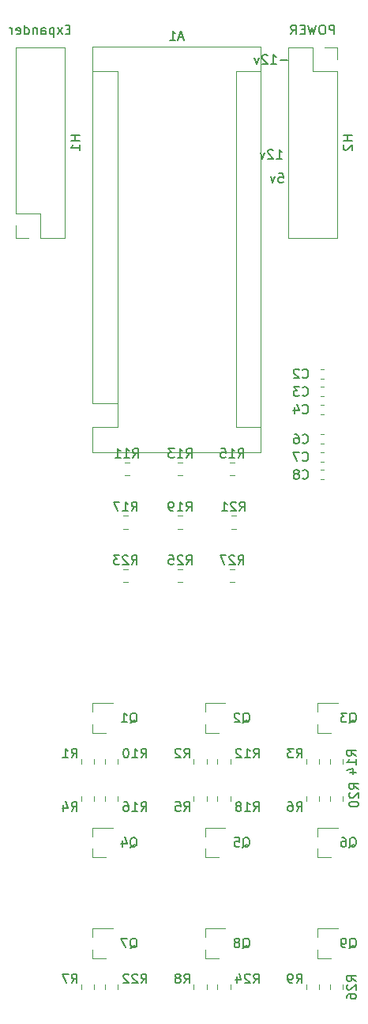
<source format=gbo>
G04 #@! TF.GenerationSoftware,KiCad,Pcbnew,(5.1.2)-1*
G04 #@! TF.CreationDate,2019-10-29T22:05:20+01:00*
G04 #@! TF.ProjectId,takt,74616b74-2e6b-4696-9361-645f70636258,rev?*
G04 #@! TF.SameCoordinates,Original*
G04 #@! TF.FileFunction,Legend,Bot*
G04 #@! TF.FilePolarity,Positive*
%FSLAX46Y46*%
G04 Gerber Fmt 4.6, Leading zero omitted, Abs format (unit mm)*
G04 Created by KiCad (PCBNEW (5.1.2)-1) date 2019-10-29 22:05:20*
%MOMM*%
%LPD*%
G04 APERTURE LIST*
%ADD10C,0.120000*%
%ADD11C,0.150000*%
G04 APERTURE END LIST*
D10*
X94486252Y-111835000D02*
X93963748Y-111835000D01*
X94486252Y-110415000D02*
X93963748Y-110415000D01*
X104700000Y-155446252D02*
X104700000Y-154923748D01*
X106120000Y-155446252D02*
X106120000Y-154923748D01*
X88916252Y-111835000D02*
X88393748Y-111835000D01*
X88916252Y-110415000D02*
X88393748Y-110415000D01*
X92635000Y-155446252D02*
X92635000Y-154923748D01*
X94055000Y-155446252D02*
X94055000Y-154923748D01*
X83056252Y-111835000D02*
X82533748Y-111835000D01*
X83056252Y-110415000D02*
X82533748Y-110415000D01*
X80570000Y-155446252D02*
X80570000Y-154923748D01*
X81990000Y-155446252D02*
X81990000Y-154923748D01*
X94631252Y-106120000D02*
X94108748Y-106120000D01*
X94631252Y-104700000D02*
X94108748Y-104700000D01*
X106120000Y-134748748D02*
X106120000Y-135271252D01*
X104700000Y-134748748D02*
X104700000Y-135271252D01*
X88916252Y-106120000D02*
X88393748Y-106120000D01*
X88916252Y-104700000D02*
X88393748Y-104700000D01*
X94055000Y-134748748D02*
X94055000Y-135271252D01*
X92635000Y-134748748D02*
X92635000Y-135271252D01*
X83056252Y-106120000D02*
X82533748Y-106120000D01*
X83056252Y-104700000D02*
X82533748Y-104700000D01*
X81990000Y-134748748D02*
X81990000Y-135271252D01*
X80570000Y-134748748D02*
X80570000Y-135271252D01*
X94486252Y-100405000D02*
X93963748Y-100405000D01*
X94486252Y-98985000D02*
X93963748Y-98985000D01*
X104700000Y-131316252D02*
X104700000Y-130793748D01*
X106120000Y-131316252D02*
X106120000Y-130793748D01*
X88916252Y-100405000D02*
X88393748Y-100405000D01*
X88916252Y-98985000D02*
X88393748Y-98985000D01*
X92635000Y-131316252D02*
X92635000Y-130793748D01*
X94055000Y-131316252D02*
X94055000Y-130793748D01*
X83201252Y-100405000D02*
X82678748Y-100405000D01*
X83201252Y-98985000D02*
X82678748Y-98985000D01*
X80570000Y-131316252D02*
X80570000Y-130793748D01*
X81990000Y-131316252D02*
X81990000Y-130793748D01*
X102160000Y-155446252D02*
X102160000Y-154923748D01*
X103580000Y-155446252D02*
X103580000Y-154923748D01*
X90095000Y-155446252D02*
X90095000Y-154923748D01*
X91515000Y-155446252D02*
X91515000Y-154923748D01*
X78030000Y-155446252D02*
X78030000Y-154923748D01*
X79450000Y-155446252D02*
X79450000Y-154923748D01*
X103580000Y-134748748D02*
X103580000Y-135271252D01*
X102160000Y-134748748D02*
X102160000Y-135271252D01*
X91515000Y-134748748D02*
X91515000Y-135271252D01*
X90095000Y-134748748D02*
X90095000Y-135271252D01*
X79450000Y-134748748D02*
X79450000Y-135271252D01*
X78030000Y-134748748D02*
X78030000Y-135271252D01*
X102160000Y-131316252D02*
X102160000Y-130793748D01*
X103580000Y-131316252D02*
X103580000Y-130793748D01*
X90095000Y-131316252D02*
X90095000Y-130793748D01*
X91515000Y-131316252D02*
X91515000Y-130793748D01*
X78030000Y-131316252D02*
X78030000Y-130793748D01*
X79450000Y-131316252D02*
X79450000Y-130793748D01*
X103380000Y-152075000D02*
X104840000Y-152075000D01*
X103380000Y-148915000D02*
X105540000Y-148915000D01*
X103380000Y-148915000D02*
X103380000Y-149845000D01*
X103380000Y-152075000D02*
X103380000Y-151145000D01*
X91315000Y-152075000D02*
X92775000Y-152075000D01*
X91315000Y-148915000D02*
X93475000Y-148915000D01*
X91315000Y-148915000D02*
X91315000Y-149845000D01*
X91315000Y-152075000D02*
X91315000Y-151145000D01*
X79250000Y-152075000D02*
X80710000Y-152075000D01*
X79250000Y-148915000D02*
X81410000Y-148915000D01*
X79250000Y-148915000D02*
X79250000Y-149845000D01*
X79250000Y-152075000D02*
X79250000Y-151145000D01*
X103380000Y-141280000D02*
X104840000Y-141280000D01*
X103380000Y-138120000D02*
X105540000Y-138120000D01*
X103380000Y-138120000D02*
X103380000Y-139050000D01*
X103380000Y-141280000D02*
X103380000Y-140350000D01*
X91315000Y-141280000D02*
X92775000Y-141280000D01*
X91315000Y-138120000D02*
X93475000Y-138120000D01*
X91315000Y-138120000D02*
X91315000Y-139050000D01*
X91315000Y-141280000D02*
X91315000Y-140350000D01*
X79250000Y-141280000D02*
X80710000Y-141280000D01*
X79250000Y-138120000D02*
X81410000Y-138120000D01*
X79250000Y-138120000D02*
X79250000Y-139050000D01*
X79250000Y-141280000D02*
X79250000Y-140350000D01*
X103380000Y-127945000D02*
X104840000Y-127945000D01*
X103380000Y-124785000D02*
X105540000Y-124785000D01*
X103380000Y-124785000D02*
X103380000Y-125715000D01*
X103380000Y-127945000D02*
X103380000Y-127015000D01*
X91315000Y-127945000D02*
X92775000Y-127945000D01*
X91315000Y-124785000D02*
X93475000Y-124785000D01*
X91315000Y-124785000D02*
X91315000Y-125715000D01*
X91315000Y-127945000D02*
X91315000Y-127015000D01*
X79250000Y-127945000D02*
X80710000Y-127945000D01*
X79250000Y-124785000D02*
X81410000Y-124785000D01*
X79250000Y-124785000D02*
X79250000Y-125715000D01*
X79250000Y-127945000D02*
X79250000Y-127015000D01*
X105470000Y-54550000D02*
X104140000Y-54550000D01*
X105470000Y-55880000D02*
X105470000Y-54550000D01*
X102870000Y-54550000D02*
X100270000Y-54550000D01*
X102870000Y-57150000D02*
X102870000Y-54550000D01*
X105470000Y-57150000D02*
X102870000Y-57150000D01*
X100270000Y-54550000D02*
X100270000Y-74990000D01*
X105470000Y-57150000D02*
X105470000Y-74990000D01*
X105470000Y-74990000D02*
X100270000Y-74990000D01*
X71060000Y-74990000D02*
X72390000Y-74990000D01*
X71060000Y-73660000D02*
X71060000Y-74990000D01*
X73660000Y-74990000D02*
X76260000Y-74990000D01*
X73660000Y-72390000D02*
X73660000Y-74990000D01*
X71060000Y-72390000D02*
X73660000Y-72390000D01*
X76260000Y-74990000D02*
X76260000Y-54550000D01*
X71060000Y-72390000D02*
X71060000Y-54550000D01*
X71060000Y-54550000D02*
X76260000Y-54550000D01*
X103728733Y-99820000D02*
X104071267Y-99820000D01*
X103728733Y-100840000D02*
X104071267Y-100840000D01*
X103728733Y-97915000D02*
X104071267Y-97915000D01*
X103728733Y-98935000D02*
X104071267Y-98935000D01*
X103728733Y-96010000D02*
X104071267Y-96010000D01*
X103728733Y-97030000D02*
X104071267Y-97030000D01*
X103728733Y-92835000D02*
X104071267Y-92835000D01*
X103728733Y-93855000D02*
X104071267Y-93855000D01*
X103728733Y-90930000D02*
X104071267Y-90930000D01*
X103728733Y-91950000D02*
X104071267Y-91950000D01*
X103728733Y-89025000D02*
X104071267Y-89025000D01*
X103728733Y-90045000D02*
X104071267Y-90045000D01*
X97285000Y-97920000D02*
X79245000Y-97920000D01*
X97285000Y-54480000D02*
X97285000Y-97920000D01*
X79245000Y-54480000D02*
X97285000Y-54480000D01*
X81915000Y-57150000D02*
X79245000Y-57150000D01*
X81915000Y-92710000D02*
X81915000Y-57150000D01*
X81915000Y-92710000D02*
X79245000Y-92710000D01*
X94615000Y-57150000D02*
X97285000Y-57150000D01*
X94615000Y-95250000D02*
X94615000Y-57150000D01*
X94615000Y-95250000D02*
X97285000Y-95250000D01*
X79245000Y-97920000D02*
X79245000Y-95250000D01*
X79245000Y-92710000D02*
X79245000Y-54480000D01*
X81915000Y-95250000D02*
X79245000Y-95250000D01*
X81915000Y-92710000D02*
X81915000Y-95250000D01*
D11*
X94867857Y-109927380D02*
X95201190Y-109451190D01*
X95439285Y-109927380D02*
X95439285Y-108927380D01*
X95058333Y-108927380D01*
X94963095Y-108975000D01*
X94915476Y-109022619D01*
X94867857Y-109117857D01*
X94867857Y-109260714D01*
X94915476Y-109355952D01*
X94963095Y-109403571D01*
X95058333Y-109451190D01*
X95439285Y-109451190D01*
X94486904Y-109022619D02*
X94439285Y-108975000D01*
X94344047Y-108927380D01*
X94105952Y-108927380D01*
X94010714Y-108975000D01*
X93963095Y-109022619D01*
X93915476Y-109117857D01*
X93915476Y-109213095D01*
X93963095Y-109355952D01*
X94534523Y-109927380D01*
X93915476Y-109927380D01*
X93582142Y-108927380D02*
X92915476Y-108927380D01*
X93344047Y-109927380D01*
X107512380Y-154542142D02*
X107036190Y-154208809D01*
X107512380Y-153970714D02*
X106512380Y-153970714D01*
X106512380Y-154351666D01*
X106560000Y-154446904D01*
X106607619Y-154494523D01*
X106702857Y-154542142D01*
X106845714Y-154542142D01*
X106940952Y-154494523D01*
X106988571Y-154446904D01*
X107036190Y-154351666D01*
X107036190Y-153970714D01*
X106607619Y-154923095D02*
X106560000Y-154970714D01*
X106512380Y-155065952D01*
X106512380Y-155304047D01*
X106560000Y-155399285D01*
X106607619Y-155446904D01*
X106702857Y-155494523D01*
X106798095Y-155494523D01*
X106940952Y-155446904D01*
X107512380Y-154875476D01*
X107512380Y-155494523D01*
X106512380Y-156351666D02*
X106512380Y-156161190D01*
X106560000Y-156065952D01*
X106607619Y-156018333D01*
X106750476Y-155923095D01*
X106940952Y-155875476D01*
X107321904Y-155875476D01*
X107417142Y-155923095D01*
X107464761Y-155970714D01*
X107512380Y-156065952D01*
X107512380Y-156256428D01*
X107464761Y-156351666D01*
X107417142Y-156399285D01*
X107321904Y-156446904D01*
X107083809Y-156446904D01*
X106988571Y-156399285D01*
X106940952Y-156351666D01*
X106893333Y-156256428D01*
X106893333Y-156065952D01*
X106940952Y-155970714D01*
X106988571Y-155923095D01*
X107083809Y-155875476D01*
X89297857Y-109927380D02*
X89631190Y-109451190D01*
X89869285Y-109927380D02*
X89869285Y-108927380D01*
X89488333Y-108927380D01*
X89393095Y-108975000D01*
X89345476Y-109022619D01*
X89297857Y-109117857D01*
X89297857Y-109260714D01*
X89345476Y-109355952D01*
X89393095Y-109403571D01*
X89488333Y-109451190D01*
X89869285Y-109451190D01*
X88916904Y-109022619D02*
X88869285Y-108975000D01*
X88774047Y-108927380D01*
X88535952Y-108927380D01*
X88440714Y-108975000D01*
X88393095Y-109022619D01*
X88345476Y-109117857D01*
X88345476Y-109213095D01*
X88393095Y-109355952D01*
X88964523Y-109927380D01*
X88345476Y-109927380D01*
X87440714Y-108927380D02*
X87916904Y-108927380D01*
X87964523Y-109403571D01*
X87916904Y-109355952D01*
X87821666Y-109308333D01*
X87583571Y-109308333D01*
X87488333Y-109355952D01*
X87440714Y-109403571D01*
X87393095Y-109498809D01*
X87393095Y-109736904D01*
X87440714Y-109832142D01*
X87488333Y-109879761D01*
X87583571Y-109927380D01*
X87821666Y-109927380D01*
X87916904Y-109879761D01*
X87964523Y-109832142D01*
X96527857Y-154757380D02*
X96861190Y-154281190D01*
X97099285Y-154757380D02*
X97099285Y-153757380D01*
X96718333Y-153757380D01*
X96623095Y-153805000D01*
X96575476Y-153852619D01*
X96527857Y-153947857D01*
X96527857Y-154090714D01*
X96575476Y-154185952D01*
X96623095Y-154233571D01*
X96718333Y-154281190D01*
X97099285Y-154281190D01*
X96146904Y-153852619D02*
X96099285Y-153805000D01*
X96004047Y-153757380D01*
X95765952Y-153757380D01*
X95670714Y-153805000D01*
X95623095Y-153852619D01*
X95575476Y-153947857D01*
X95575476Y-154043095D01*
X95623095Y-154185952D01*
X96194523Y-154757380D01*
X95575476Y-154757380D01*
X94718333Y-154090714D02*
X94718333Y-154757380D01*
X94956428Y-153709761D02*
X95194523Y-154424047D01*
X94575476Y-154424047D01*
X83437857Y-109927380D02*
X83771190Y-109451190D01*
X84009285Y-109927380D02*
X84009285Y-108927380D01*
X83628333Y-108927380D01*
X83533095Y-108975000D01*
X83485476Y-109022619D01*
X83437857Y-109117857D01*
X83437857Y-109260714D01*
X83485476Y-109355952D01*
X83533095Y-109403571D01*
X83628333Y-109451190D01*
X84009285Y-109451190D01*
X83056904Y-109022619D02*
X83009285Y-108975000D01*
X82914047Y-108927380D01*
X82675952Y-108927380D01*
X82580714Y-108975000D01*
X82533095Y-109022619D01*
X82485476Y-109117857D01*
X82485476Y-109213095D01*
X82533095Y-109355952D01*
X83104523Y-109927380D01*
X82485476Y-109927380D01*
X82152142Y-108927380D02*
X81533095Y-108927380D01*
X81866428Y-109308333D01*
X81723571Y-109308333D01*
X81628333Y-109355952D01*
X81580714Y-109403571D01*
X81533095Y-109498809D01*
X81533095Y-109736904D01*
X81580714Y-109832142D01*
X81628333Y-109879761D01*
X81723571Y-109927380D01*
X82009285Y-109927380D01*
X82104523Y-109879761D01*
X82152142Y-109832142D01*
X84462857Y-154757380D02*
X84796190Y-154281190D01*
X85034285Y-154757380D02*
X85034285Y-153757380D01*
X84653333Y-153757380D01*
X84558095Y-153805000D01*
X84510476Y-153852619D01*
X84462857Y-153947857D01*
X84462857Y-154090714D01*
X84510476Y-154185952D01*
X84558095Y-154233571D01*
X84653333Y-154281190D01*
X85034285Y-154281190D01*
X84081904Y-153852619D02*
X84034285Y-153805000D01*
X83939047Y-153757380D01*
X83700952Y-153757380D01*
X83605714Y-153805000D01*
X83558095Y-153852619D01*
X83510476Y-153947857D01*
X83510476Y-154043095D01*
X83558095Y-154185952D01*
X84129523Y-154757380D01*
X83510476Y-154757380D01*
X83129523Y-153852619D02*
X83081904Y-153805000D01*
X82986666Y-153757380D01*
X82748571Y-153757380D01*
X82653333Y-153805000D01*
X82605714Y-153852619D01*
X82558095Y-153947857D01*
X82558095Y-154043095D01*
X82605714Y-154185952D01*
X83177142Y-154757380D01*
X82558095Y-154757380D01*
X95012857Y-104212380D02*
X95346190Y-103736190D01*
X95584285Y-104212380D02*
X95584285Y-103212380D01*
X95203333Y-103212380D01*
X95108095Y-103260000D01*
X95060476Y-103307619D01*
X95012857Y-103402857D01*
X95012857Y-103545714D01*
X95060476Y-103640952D01*
X95108095Y-103688571D01*
X95203333Y-103736190D01*
X95584285Y-103736190D01*
X94631904Y-103307619D02*
X94584285Y-103260000D01*
X94489047Y-103212380D01*
X94250952Y-103212380D01*
X94155714Y-103260000D01*
X94108095Y-103307619D01*
X94060476Y-103402857D01*
X94060476Y-103498095D01*
X94108095Y-103640952D01*
X94679523Y-104212380D01*
X94060476Y-104212380D01*
X93108095Y-104212380D02*
X93679523Y-104212380D01*
X93393809Y-104212380D02*
X93393809Y-103212380D01*
X93489047Y-103355238D01*
X93584285Y-103450476D01*
X93679523Y-103498095D01*
X107767380Y-133977142D02*
X107291190Y-133643809D01*
X107767380Y-133405714D02*
X106767380Y-133405714D01*
X106767380Y-133786666D01*
X106815000Y-133881904D01*
X106862619Y-133929523D01*
X106957857Y-133977142D01*
X107100714Y-133977142D01*
X107195952Y-133929523D01*
X107243571Y-133881904D01*
X107291190Y-133786666D01*
X107291190Y-133405714D01*
X106862619Y-134358095D02*
X106815000Y-134405714D01*
X106767380Y-134500952D01*
X106767380Y-134739047D01*
X106815000Y-134834285D01*
X106862619Y-134881904D01*
X106957857Y-134929523D01*
X107053095Y-134929523D01*
X107195952Y-134881904D01*
X107767380Y-134310476D01*
X107767380Y-134929523D01*
X106767380Y-135548571D02*
X106767380Y-135643809D01*
X106815000Y-135739047D01*
X106862619Y-135786666D01*
X106957857Y-135834285D01*
X107148333Y-135881904D01*
X107386428Y-135881904D01*
X107576904Y-135834285D01*
X107672142Y-135786666D01*
X107719761Y-135739047D01*
X107767380Y-135643809D01*
X107767380Y-135548571D01*
X107719761Y-135453333D01*
X107672142Y-135405714D01*
X107576904Y-135358095D01*
X107386428Y-135310476D01*
X107148333Y-135310476D01*
X106957857Y-135358095D01*
X106862619Y-135405714D01*
X106815000Y-135453333D01*
X106767380Y-135548571D01*
X89297857Y-104212380D02*
X89631190Y-103736190D01*
X89869285Y-104212380D02*
X89869285Y-103212380D01*
X89488333Y-103212380D01*
X89393095Y-103260000D01*
X89345476Y-103307619D01*
X89297857Y-103402857D01*
X89297857Y-103545714D01*
X89345476Y-103640952D01*
X89393095Y-103688571D01*
X89488333Y-103736190D01*
X89869285Y-103736190D01*
X88345476Y-104212380D02*
X88916904Y-104212380D01*
X88631190Y-104212380D02*
X88631190Y-103212380D01*
X88726428Y-103355238D01*
X88821666Y-103450476D01*
X88916904Y-103498095D01*
X87869285Y-104212380D02*
X87678809Y-104212380D01*
X87583571Y-104164761D01*
X87535952Y-104117142D01*
X87440714Y-103974285D01*
X87393095Y-103783809D01*
X87393095Y-103402857D01*
X87440714Y-103307619D01*
X87488333Y-103260000D01*
X87583571Y-103212380D01*
X87774047Y-103212380D01*
X87869285Y-103260000D01*
X87916904Y-103307619D01*
X87964523Y-103402857D01*
X87964523Y-103640952D01*
X87916904Y-103736190D01*
X87869285Y-103783809D01*
X87774047Y-103831428D01*
X87583571Y-103831428D01*
X87488333Y-103783809D01*
X87440714Y-103736190D01*
X87393095Y-103640952D01*
X96527857Y-136342380D02*
X96861190Y-135866190D01*
X97099285Y-136342380D02*
X97099285Y-135342380D01*
X96718333Y-135342380D01*
X96623095Y-135390000D01*
X96575476Y-135437619D01*
X96527857Y-135532857D01*
X96527857Y-135675714D01*
X96575476Y-135770952D01*
X96623095Y-135818571D01*
X96718333Y-135866190D01*
X97099285Y-135866190D01*
X95575476Y-136342380D02*
X96146904Y-136342380D01*
X95861190Y-136342380D02*
X95861190Y-135342380D01*
X95956428Y-135485238D01*
X96051666Y-135580476D01*
X96146904Y-135628095D01*
X95004047Y-135770952D02*
X95099285Y-135723333D01*
X95146904Y-135675714D01*
X95194523Y-135580476D01*
X95194523Y-135532857D01*
X95146904Y-135437619D01*
X95099285Y-135390000D01*
X95004047Y-135342380D01*
X94813571Y-135342380D01*
X94718333Y-135390000D01*
X94670714Y-135437619D01*
X94623095Y-135532857D01*
X94623095Y-135580476D01*
X94670714Y-135675714D01*
X94718333Y-135723333D01*
X94813571Y-135770952D01*
X95004047Y-135770952D01*
X95099285Y-135818571D01*
X95146904Y-135866190D01*
X95194523Y-135961428D01*
X95194523Y-136151904D01*
X95146904Y-136247142D01*
X95099285Y-136294761D01*
X95004047Y-136342380D01*
X94813571Y-136342380D01*
X94718333Y-136294761D01*
X94670714Y-136247142D01*
X94623095Y-136151904D01*
X94623095Y-135961428D01*
X94670714Y-135866190D01*
X94718333Y-135818571D01*
X94813571Y-135770952D01*
X83437857Y-104212380D02*
X83771190Y-103736190D01*
X84009285Y-104212380D02*
X84009285Y-103212380D01*
X83628333Y-103212380D01*
X83533095Y-103260000D01*
X83485476Y-103307619D01*
X83437857Y-103402857D01*
X83437857Y-103545714D01*
X83485476Y-103640952D01*
X83533095Y-103688571D01*
X83628333Y-103736190D01*
X84009285Y-103736190D01*
X82485476Y-104212380D02*
X83056904Y-104212380D01*
X82771190Y-104212380D02*
X82771190Y-103212380D01*
X82866428Y-103355238D01*
X82961666Y-103450476D01*
X83056904Y-103498095D01*
X82152142Y-103212380D02*
X81485476Y-103212380D01*
X81914047Y-104212380D01*
X84462857Y-136342380D02*
X84796190Y-135866190D01*
X85034285Y-136342380D02*
X85034285Y-135342380D01*
X84653333Y-135342380D01*
X84558095Y-135390000D01*
X84510476Y-135437619D01*
X84462857Y-135532857D01*
X84462857Y-135675714D01*
X84510476Y-135770952D01*
X84558095Y-135818571D01*
X84653333Y-135866190D01*
X85034285Y-135866190D01*
X83510476Y-136342380D02*
X84081904Y-136342380D01*
X83796190Y-136342380D02*
X83796190Y-135342380D01*
X83891428Y-135485238D01*
X83986666Y-135580476D01*
X84081904Y-135628095D01*
X82653333Y-135342380D02*
X82843809Y-135342380D01*
X82939047Y-135390000D01*
X82986666Y-135437619D01*
X83081904Y-135580476D01*
X83129523Y-135770952D01*
X83129523Y-136151904D01*
X83081904Y-136247142D01*
X83034285Y-136294761D01*
X82939047Y-136342380D01*
X82748571Y-136342380D01*
X82653333Y-136294761D01*
X82605714Y-136247142D01*
X82558095Y-136151904D01*
X82558095Y-135913809D01*
X82605714Y-135818571D01*
X82653333Y-135770952D01*
X82748571Y-135723333D01*
X82939047Y-135723333D01*
X83034285Y-135770952D01*
X83081904Y-135818571D01*
X83129523Y-135913809D01*
X94867857Y-98497380D02*
X95201190Y-98021190D01*
X95439285Y-98497380D02*
X95439285Y-97497380D01*
X95058333Y-97497380D01*
X94963095Y-97545000D01*
X94915476Y-97592619D01*
X94867857Y-97687857D01*
X94867857Y-97830714D01*
X94915476Y-97925952D01*
X94963095Y-97973571D01*
X95058333Y-98021190D01*
X95439285Y-98021190D01*
X93915476Y-98497380D02*
X94486904Y-98497380D01*
X94201190Y-98497380D02*
X94201190Y-97497380D01*
X94296428Y-97640238D01*
X94391666Y-97735476D01*
X94486904Y-97783095D01*
X93010714Y-97497380D02*
X93486904Y-97497380D01*
X93534523Y-97973571D01*
X93486904Y-97925952D01*
X93391666Y-97878333D01*
X93153571Y-97878333D01*
X93058333Y-97925952D01*
X93010714Y-97973571D01*
X92963095Y-98068809D01*
X92963095Y-98306904D01*
X93010714Y-98402142D01*
X93058333Y-98449761D01*
X93153571Y-98497380D01*
X93391666Y-98497380D01*
X93486904Y-98449761D01*
X93534523Y-98402142D01*
X107512380Y-130412142D02*
X107036190Y-130078809D01*
X107512380Y-129840714D02*
X106512380Y-129840714D01*
X106512380Y-130221666D01*
X106560000Y-130316904D01*
X106607619Y-130364523D01*
X106702857Y-130412142D01*
X106845714Y-130412142D01*
X106940952Y-130364523D01*
X106988571Y-130316904D01*
X107036190Y-130221666D01*
X107036190Y-129840714D01*
X107512380Y-131364523D02*
X107512380Y-130793095D01*
X107512380Y-131078809D02*
X106512380Y-131078809D01*
X106655238Y-130983571D01*
X106750476Y-130888333D01*
X106798095Y-130793095D01*
X106845714Y-132221666D02*
X107512380Y-132221666D01*
X106464761Y-131983571D02*
X107179047Y-131745476D01*
X107179047Y-132364523D01*
X89297857Y-98497380D02*
X89631190Y-98021190D01*
X89869285Y-98497380D02*
X89869285Y-97497380D01*
X89488333Y-97497380D01*
X89393095Y-97545000D01*
X89345476Y-97592619D01*
X89297857Y-97687857D01*
X89297857Y-97830714D01*
X89345476Y-97925952D01*
X89393095Y-97973571D01*
X89488333Y-98021190D01*
X89869285Y-98021190D01*
X88345476Y-98497380D02*
X88916904Y-98497380D01*
X88631190Y-98497380D02*
X88631190Y-97497380D01*
X88726428Y-97640238D01*
X88821666Y-97735476D01*
X88916904Y-97783095D01*
X88012142Y-97497380D02*
X87393095Y-97497380D01*
X87726428Y-97878333D01*
X87583571Y-97878333D01*
X87488333Y-97925952D01*
X87440714Y-97973571D01*
X87393095Y-98068809D01*
X87393095Y-98306904D01*
X87440714Y-98402142D01*
X87488333Y-98449761D01*
X87583571Y-98497380D01*
X87869285Y-98497380D01*
X87964523Y-98449761D01*
X88012142Y-98402142D01*
X96527857Y-130627380D02*
X96861190Y-130151190D01*
X97099285Y-130627380D02*
X97099285Y-129627380D01*
X96718333Y-129627380D01*
X96623095Y-129675000D01*
X96575476Y-129722619D01*
X96527857Y-129817857D01*
X96527857Y-129960714D01*
X96575476Y-130055952D01*
X96623095Y-130103571D01*
X96718333Y-130151190D01*
X97099285Y-130151190D01*
X95575476Y-130627380D02*
X96146904Y-130627380D01*
X95861190Y-130627380D02*
X95861190Y-129627380D01*
X95956428Y-129770238D01*
X96051666Y-129865476D01*
X96146904Y-129913095D01*
X95194523Y-129722619D02*
X95146904Y-129675000D01*
X95051666Y-129627380D01*
X94813571Y-129627380D01*
X94718333Y-129675000D01*
X94670714Y-129722619D01*
X94623095Y-129817857D01*
X94623095Y-129913095D01*
X94670714Y-130055952D01*
X95242142Y-130627380D01*
X94623095Y-130627380D01*
X83582857Y-98497380D02*
X83916190Y-98021190D01*
X84154285Y-98497380D02*
X84154285Y-97497380D01*
X83773333Y-97497380D01*
X83678095Y-97545000D01*
X83630476Y-97592619D01*
X83582857Y-97687857D01*
X83582857Y-97830714D01*
X83630476Y-97925952D01*
X83678095Y-97973571D01*
X83773333Y-98021190D01*
X84154285Y-98021190D01*
X82630476Y-98497380D02*
X83201904Y-98497380D01*
X82916190Y-98497380D02*
X82916190Y-97497380D01*
X83011428Y-97640238D01*
X83106666Y-97735476D01*
X83201904Y-97783095D01*
X81678095Y-98497380D02*
X82249523Y-98497380D01*
X81963809Y-98497380D02*
X81963809Y-97497380D01*
X82059047Y-97640238D01*
X82154285Y-97735476D01*
X82249523Y-97783095D01*
X84462857Y-130627380D02*
X84796190Y-130151190D01*
X85034285Y-130627380D02*
X85034285Y-129627380D01*
X84653333Y-129627380D01*
X84558095Y-129675000D01*
X84510476Y-129722619D01*
X84462857Y-129817857D01*
X84462857Y-129960714D01*
X84510476Y-130055952D01*
X84558095Y-130103571D01*
X84653333Y-130151190D01*
X85034285Y-130151190D01*
X83510476Y-130627380D02*
X84081904Y-130627380D01*
X83796190Y-130627380D02*
X83796190Y-129627380D01*
X83891428Y-129770238D01*
X83986666Y-129865476D01*
X84081904Y-129913095D01*
X82891428Y-129627380D02*
X82796190Y-129627380D01*
X82700952Y-129675000D01*
X82653333Y-129722619D01*
X82605714Y-129817857D01*
X82558095Y-130008333D01*
X82558095Y-130246428D01*
X82605714Y-130436904D01*
X82653333Y-130532142D01*
X82700952Y-130579761D01*
X82796190Y-130627380D01*
X82891428Y-130627380D01*
X82986666Y-130579761D01*
X83034285Y-130532142D01*
X83081904Y-130436904D01*
X83129523Y-130246428D01*
X83129523Y-130008333D01*
X83081904Y-129817857D01*
X83034285Y-129722619D01*
X82986666Y-129675000D01*
X82891428Y-129627380D01*
X101131666Y-154757380D02*
X101465000Y-154281190D01*
X101703095Y-154757380D02*
X101703095Y-153757380D01*
X101322142Y-153757380D01*
X101226904Y-153805000D01*
X101179285Y-153852619D01*
X101131666Y-153947857D01*
X101131666Y-154090714D01*
X101179285Y-154185952D01*
X101226904Y-154233571D01*
X101322142Y-154281190D01*
X101703095Y-154281190D01*
X100655476Y-154757380D02*
X100465000Y-154757380D01*
X100369761Y-154709761D01*
X100322142Y-154662142D01*
X100226904Y-154519285D01*
X100179285Y-154328809D01*
X100179285Y-153947857D01*
X100226904Y-153852619D01*
X100274523Y-153805000D01*
X100369761Y-153757380D01*
X100560238Y-153757380D01*
X100655476Y-153805000D01*
X100703095Y-153852619D01*
X100750714Y-153947857D01*
X100750714Y-154185952D01*
X100703095Y-154281190D01*
X100655476Y-154328809D01*
X100560238Y-154376428D01*
X100369761Y-154376428D01*
X100274523Y-154328809D01*
X100226904Y-154281190D01*
X100179285Y-154185952D01*
X89066666Y-154757380D02*
X89400000Y-154281190D01*
X89638095Y-154757380D02*
X89638095Y-153757380D01*
X89257142Y-153757380D01*
X89161904Y-153805000D01*
X89114285Y-153852619D01*
X89066666Y-153947857D01*
X89066666Y-154090714D01*
X89114285Y-154185952D01*
X89161904Y-154233571D01*
X89257142Y-154281190D01*
X89638095Y-154281190D01*
X88495238Y-154185952D02*
X88590476Y-154138333D01*
X88638095Y-154090714D01*
X88685714Y-153995476D01*
X88685714Y-153947857D01*
X88638095Y-153852619D01*
X88590476Y-153805000D01*
X88495238Y-153757380D01*
X88304761Y-153757380D01*
X88209523Y-153805000D01*
X88161904Y-153852619D01*
X88114285Y-153947857D01*
X88114285Y-153995476D01*
X88161904Y-154090714D01*
X88209523Y-154138333D01*
X88304761Y-154185952D01*
X88495238Y-154185952D01*
X88590476Y-154233571D01*
X88638095Y-154281190D01*
X88685714Y-154376428D01*
X88685714Y-154566904D01*
X88638095Y-154662142D01*
X88590476Y-154709761D01*
X88495238Y-154757380D01*
X88304761Y-154757380D01*
X88209523Y-154709761D01*
X88161904Y-154662142D01*
X88114285Y-154566904D01*
X88114285Y-154376428D01*
X88161904Y-154281190D01*
X88209523Y-154233571D01*
X88304761Y-154185952D01*
X77001666Y-154757380D02*
X77335000Y-154281190D01*
X77573095Y-154757380D02*
X77573095Y-153757380D01*
X77192142Y-153757380D01*
X77096904Y-153805000D01*
X77049285Y-153852619D01*
X77001666Y-153947857D01*
X77001666Y-154090714D01*
X77049285Y-154185952D01*
X77096904Y-154233571D01*
X77192142Y-154281190D01*
X77573095Y-154281190D01*
X76668333Y-153757380D02*
X76001666Y-153757380D01*
X76430238Y-154757380D01*
X101131666Y-136342380D02*
X101465000Y-135866190D01*
X101703095Y-136342380D02*
X101703095Y-135342380D01*
X101322142Y-135342380D01*
X101226904Y-135390000D01*
X101179285Y-135437619D01*
X101131666Y-135532857D01*
X101131666Y-135675714D01*
X101179285Y-135770952D01*
X101226904Y-135818571D01*
X101322142Y-135866190D01*
X101703095Y-135866190D01*
X100274523Y-135342380D02*
X100465000Y-135342380D01*
X100560238Y-135390000D01*
X100607857Y-135437619D01*
X100703095Y-135580476D01*
X100750714Y-135770952D01*
X100750714Y-136151904D01*
X100703095Y-136247142D01*
X100655476Y-136294761D01*
X100560238Y-136342380D01*
X100369761Y-136342380D01*
X100274523Y-136294761D01*
X100226904Y-136247142D01*
X100179285Y-136151904D01*
X100179285Y-135913809D01*
X100226904Y-135818571D01*
X100274523Y-135770952D01*
X100369761Y-135723333D01*
X100560238Y-135723333D01*
X100655476Y-135770952D01*
X100703095Y-135818571D01*
X100750714Y-135913809D01*
X89066666Y-136342380D02*
X89400000Y-135866190D01*
X89638095Y-136342380D02*
X89638095Y-135342380D01*
X89257142Y-135342380D01*
X89161904Y-135390000D01*
X89114285Y-135437619D01*
X89066666Y-135532857D01*
X89066666Y-135675714D01*
X89114285Y-135770952D01*
X89161904Y-135818571D01*
X89257142Y-135866190D01*
X89638095Y-135866190D01*
X88161904Y-135342380D02*
X88638095Y-135342380D01*
X88685714Y-135818571D01*
X88638095Y-135770952D01*
X88542857Y-135723333D01*
X88304761Y-135723333D01*
X88209523Y-135770952D01*
X88161904Y-135818571D01*
X88114285Y-135913809D01*
X88114285Y-136151904D01*
X88161904Y-136247142D01*
X88209523Y-136294761D01*
X88304761Y-136342380D01*
X88542857Y-136342380D01*
X88638095Y-136294761D01*
X88685714Y-136247142D01*
X77001666Y-136342380D02*
X77335000Y-135866190D01*
X77573095Y-136342380D02*
X77573095Y-135342380D01*
X77192142Y-135342380D01*
X77096904Y-135390000D01*
X77049285Y-135437619D01*
X77001666Y-135532857D01*
X77001666Y-135675714D01*
X77049285Y-135770952D01*
X77096904Y-135818571D01*
X77192142Y-135866190D01*
X77573095Y-135866190D01*
X76144523Y-135675714D02*
X76144523Y-136342380D01*
X76382619Y-135294761D02*
X76620714Y-136009047D01*
X76001666Y-136009047D01*
X101131666Y-130627380D02*
X101465000Y-130151190D01*
X101703095Y-130627380D02*
X101703095Y-129627380D01*
X101322142Y-129627380D01*
X101226904Y-129675000D01*
X101179285Y-129722619D01*
X101131666Y-129817857D01*
X101131666Y-129960714D01*
X101179285Y-130055952D01*
X101226904Y-130103571D01*
X101322142Y-130151190D01*
X101703095Y-130151190D01*
X100798333Y-129627380D02*
X100179285Y-129627380D01*
X100512619Y-130008333D01*
X100369761Y-130008333D01*
X100274523Y-130055952D01*
X100226904Y-130103571D01*
X100179285Y-130198809D01*
X100179285Y-130436904D01*
X100226904Y-130532142D01*
X100274523Y-130579761D01*
X100369761Y-130627380D01*
X100655476Y-130627380D01*
X100750714Y-130579761D01*
X100798333Y-130532142D01*
X89066666Y-130627380D02*
X89400000Y-130151190D01*
X89638095Y-130627380D02*
X89638095Y-129627380D01*
X89257142Y-129627380D01*
X89161904Y-129675000D01*
X89114285Y-129722619D01*
X89066666Y-129817857D01*
X89066666Y-129960714D01*
X89114285Y-130055952D01*
X89161904Y-130103571D01*
X89257142Y-130151190D01*
X89638095Y-130151190D01*
X88685714Y-129722619D02*
X88638095Y-129675000D01*
X88542857Y-129627380D01*
X88304761Y-129627380D01*
X88209523Y-129675000D01*
X88161904Y-129722619D01*
X88114285Y-129817857D01*
X88114285Y-129913095D01*
X88161904Y-130055952D01*
X88733333Y-130627380D01*
X88114285Y-130627380D01*
X77001666Y-130627380D02*
X77335000Y-130151190D01*
X77573095Y-130627380D02*
X77573095Y-129627380D01*
X77192142Y-129627380D01*
X77096904Y-129675000D01*
X77049285Y-129722619D01*
X77001666Y-129817857D01*
X77001666Y-129960714D01*
X77049285Y-130055952D01*
X77096904Y-130103571D01*
X77192142Y-130151190D01*
X77573095Y-130151190D01*
X76049285Y-130627380D02*
X76620714Y-130627380D01*
X76335000Y-130627380D02*
X76335000Y-129627380D01*
X76430238Y-129770238D01*
X76525476Y-129865476D01*
X76620714Y-129913095D01*
X106775238Y-151042619D02*
X106870476Y-150995000D01*
X106965714Y-150899761D01*
X107108571Y-150756904D01*
X107203809Y-150709285D01*
X107299047Y-150709285D01*
X107251428Y-150947380D02*
X107346666Y-150899761D01*
X107441904Y-150804523D01*
X107489523Y-150614047D01*
X107489523Y-150280714D01*
X107441904Y-150090238D01*
X107346666Y-149995000D01*
X107251428Y-149947380D01*
X107060952Y-149947380D01*
X106965714Y-149995000D01*
X106870476Y-150090238D01*
X106822857Y-150280714D01*
X106822857Y-150614047D01*
X106870476Y-150804523D01*
X106965714Y-150899761D01*
X107060952Y-150947380D01*
X107251428Y-150947380D01*
X106346666Y-150947380D02*
X106156190Y-150947380D01*
X106060952Y-150899761D01*
X106013333Y-150852142D01*
X105918095Y-150709285D01*
X105870476Y-150518809D01*
X105870476Y-150137857D01*
X105918095Y-150042619D01*
X105965714Y-149995000D01*
X106060952Y-149947380D01*
X106251428Y-149947380D01*
X106346666Y-149995000D01*
X106394285Y-150042619D01*
X106441904Y-150137857D01*
X106441904Y-150375952D01*
X106394285Y-150471190D01*
X106346666Y-150518809D01*
X106251428Y-150566428D01*
X106060952Y-150566428D01*
X105965714Y-150518809D01*
X105918095Y-150471190D01*
X105870476Y-150375952D01*
X95345238Y-151042619D02*
X95440476Y-150995000D01*
X95535714Y-150899761D01*
X95678571Y-150756904D01*
X95773809Y-150709285D01*
X95869047Y-150709285D01*
X95821428Y-150947380D02*
X95916666Y-150899761D01*
X96011904Y-150804523D01*
X96059523Y-150614047D01*
X96059523Y-150280714D01*
X96011904Y-150090238D01*
X95916666Y-149995000D01*
X95821428Y-149947380D01*
X95630952Y-149947380D01*
X95535714Y-149995000D01*
X95440476Y-150090238D01*
X95392857Y-150280714D01*
X95392857Y-150614047D01*
X95440476Y-150804523D01*
X95535714Y-150899761D01*
X95630952Y-150947380D01*
X95821428Y-150947380D01*
X94821428Y-150375952D02*
X94916666Y-150328333D01*
X94964285Y-150280714D01*
X95011904Y-150185476D01*
X95011904Y-150137857D01*
X94964285Y-150042619D01*
X94916666Y-149995000D01*
X94821428Y-149947380D01*
X94630952Y-149947380D01*
X94535714Y-149995000D01*
X94488095Y-150042619D01*
X94440476Y-150137857D01*
X94440476Y-150185476D01*
X94488095Y-150280714D01*
X94535714Y-150328333D01*
X94630952Y-150375952D01*
X94821428Y-150375952D01*
X94916666Y-150423571D01*
X94964285Y-150471190D01*
X95011904Y-150566428D01*
X95011904Y-150756904D01*
X94964285Y-150852142D01*
X94916666Y-150899761D01*
X94821428Y-150947380D01*
X94630952Y-150947380D01*
X94535714Y-150899761D01*
X94488095Y-150852142D01*
X94440476Y-150756904D01*
X94440476Y-150566428D01*
X94488095Y-150471190D01*
X94535714Y-150423571D01*
X94630952Y-150375952D01*
X83280238Y-151042619D02*
X83375476Y-150995000D01*
X83470714Y-150899761D01*
X83613571Y-150756904D01*
X83708809Y-150709285D01*
X83804047Y-150709285D01*
X83756428Y-150947380D02*
X83851666Y-150899761D01*
X83946904Y-150804523D01*
X83994523Y-150614047D01*
X83994523Y-150280714D01*
X83946904Y-150090238D01*
X83851666Y-149995000D01*
X83756428Y-149947380D01*
X83565952Y-149947380D01*
X83470714Y-149995000D01*
X83375476Y-150090238D01*
X83327857Y-150280714D01*
X83327857Y-150614047D01*
X83375476Y-150804523D01*
X83470714Y-150899761D01*
X83565952Y-150947380D01*
X83756428Y-150947380D01*
X82994523Y-149947380D02*
X82327857Y-149947380D01*
X82756428Y-150947380D01*
X106775238Y-140247619D02*
X106870476Y-140200000D01*
X106965714Y-140104761D01*
X107108571Y-139961904D01*
X107203809Y-139914285D01*
X107299047Y-139914285D01*
X107251428Y-140152380D02*
X107346666Y-140104761D01*
X107441904Y-140009523D01*
X107489523Y-139819047D01*
X107489523Y-139485714D01*
X107441904Y-139295238D01*
X107346666Y-139200000D01*
X107251428Y-139152380D01*
X107060952Y-139152380D01*
X106965714Y-139200000D01*
X106870476Y-139295238D01*
X106822857Y-139485714D01*
X106822857Y-139819047D01*
X106870476Y-140009523D01*
X106965714Y-140104761D01*
X107060952Y-140152380D01*
X107251428Y-140152380D01*
X105965714Y-139152380D02*
X106156190Y-139152380D01*
X106251428Y-139200000D01*
X106299047Y-139247619D01*
X106394285Y-139390476D01*
X106441904Y-139580952D01*
X106441904Y-139961904D01*
X106394285Y-140057142D01*
X106346666Y-140104761D01*
X106251428Y-140152380D01*
X106060952Y-140152380D01*
X105965714Y-140104761D01*
X105918095Y-140057142D01*
X105870476Y-139961904D01*
X105870476Y-139723809D01*
X105918095Y-139628571D01*
X105965714Y-139580952D01*
X106060952Y-139533333D01*
X106251428Y-139533333D01*
X106346666Y-139580952D01*
X106394285Y-139628571D01*
X106441904Y-139723809D01*
X95345238Y-140247619D02*
X95440476Y-140200000D01*
X95535714Y-140104761D01*
X95678571Y-139961904D01*
X95773809Y-139914285D01*
X95869047Y-139914285D01*
X95821428Y-140152380D02*
X95916666Y-140104761D01*
X96011904Y-140009523D01*
X96059523Y-139819047D01*
X96059523Y-139485714D01*
X96011904Y-139295238D01*
X95916666Y-139200000D01*
X95821428Y-139152380D01*
X95630952Y-139152380D01*
X95535714Y-139200000D01*
X95440476Y-139295238D01*
X95392857Y-139485714D01*
X95392857Y-139819047D01*
X95440476Y-140009523D01*
X95535714Y-140104761D01*
X95630952Y-140152380D01*
X95821428Y-140152380D01*
X94488095Y-139152380D02*
X94964285Y-139152380D01*
X95011904Y-139628571D01*
X94964285Y-139580952D01*
X94869047Y-139533333D01*
X94630952Y-139533333D01*
X94535714Y-139580952D01*
X94488095Y-139628571D01*
X94440476Y-139723809D01*
X94440476Y-139961904D01*
X94488095Y-140057142D01*
X94535714Y-140104761D01*
X94630952Y-140152380D01*
X94869047Y-140152380D01*
X94964285Y-140104761D01*
X95011904Y-140057142D01*
X83280238Y-140247619D02*
X83375476Y-140200000D01*
X83470714Y-140104761D01*
X83613571Y-139961904D01*
X83708809Y-139914285D01*
X83804047Y-139914285D01*
X83756428Y-140152380D02*
X83851666Y-140104761D01*
X83946904Y-140009523D01*
X83994523Y-139819047D01*
X83994523Y-139485714D01*
X83946904Y-139295238D01*
X83851666Y-139200000D01*
X83756428Y-139152380D01*
X83565952Y-139152380D01*
X83470714Y-139200000D01*
X83375476Y-139295238D01*
X83327857Y-139485714D01*
X83327857Y-139819047D01*
X83375476Y-140009523D01*
X83470714Y-140104761D01*
X83565952Y-140152380D01*
X83756428Y-140152380D01*
X82470714Y-139485714D02*
X82470714Y-140152380D01*
X82708809Y-139104761D02*
X82946904Y-139819047D01*
X82327857Y-139819047D01*
X106775238Y-126912619D02*
X106870476Y-126865000D01*
X106965714Y-126769761D01*
X107108571Y-126626904D01*
X107203809Y-126579285D01*
X107299047Y-126579285D01*
X107251428Y-126817380D02*
X107346666Y-126769761D01*
X107441904Y-126674523D01*
X107489523Y-126484047D01*
X107489523Y-126150714D01*
X107441904Y-125960238D01*
X107346666Y-125865000D01*
X107251428Y-125817380D01*
X107060952Y-125817380D01*
X106965714Y-125865000D01*
X106870476Y-125960238D01*
X106822857Y-126150714D01*
X106822857Y-126484047D01*
X106870476Y-126674523D01*
X106965714Y-126769761D01*
X107060952Y-126817380D01*
X107251428Y-126817380D01*
X106489523Y-125817380D02*
X105870476Y-125817380D01*
X106203809Y-126198333D01*
X106060952Y-126198333D01*
X105965714Y-126245952D01*
X105918095Y-126293571D01*
X105870476Y-126388809D01*
X105870476Y-126626904D01*
X105918095Y-126722142D01*
X105965714Y-126769761D01*
X106060952Y-126817380D01*
X106346666Y-126817380D01*
X106441904Y-126769761D01*
X106489523Y-126722142D01*
X95345238Y-126912619D02*
X95440476Y-126865000D01*
X95535714Y-126769761D01*
X95678571Y-126626904D01*
X95773809Y-126579285D01*
X95869047Y-126579285D01*
X95821428Y-126817380D02*
X95916666Y-126769761D01*
X96011904Y-126674523D01*
X96059523Y-126484047D01*
X96059523Y-126150714D01*
X96011904Y-125960238D01*
X95916666Y-125865000D01*
X95821428Y-125817380D01*
X95630952Y-125817380D01*
X95535714Y-125865000D01*
X95440476Y-125960238D01*
X95392857Y-126150714D01*
X95392857Y-126484047D01*
X95440476Y-126674523D01*
X95535714Y-126769761D01*
X95630952Y-126817380D01*
X95821428Y-126817380D01*
X95011904Y-125912619D02*
X94964285Y-125865000D01*
X94869047Y-125817380D01*
X94630952Y-125817380D01*
X94535714Y-125865000D01*
X94488095Y-125912619D01*
X94440476Y-126007857D01*
X94440476Y-126103095D01*
X94488095Y-126245952D01*
X95059523Y-126817380D01*
X94440476Y-126817380D01*
X83280238Y-126912619D02*
X83375476Y-126865000D01*
X83470714Y-126769761D01*
X83613571Y-126626904D01*
X83708809Y-126579285D01*
X83804047Y-126579285D01*
X83756428Y-126817380D02*
X83851666Y-126769761D01*
X83946904Y-126674523D01*
X83994523Y-126484047D01*
X83994523Y-126150714D01*
X83946904Y-125960238D01*
X83851666Y-125865000D01*
X83756428Y-125817380D01*
X83565952Y-125817380D01*
X83470714Y-125865000D01*
X83375476Y-125960238D01*
X83327857Y-126150714D01*
X83327857Y-126484047D01*
X83375476Y-126674523D01*
X83470714Y-126769761D01*
X83565952Y-126817380D01*
X83756428Y-126817380D01*
X82375476Y-126817380D02*
X82946904Y-126817380D01*
X82661190Y-126817380D02*
X82661190Y-125817380D01*
X82756428Y-125960238D01*
X82851666Y-126055476D01*
X82946904Y-126103095D01*
X107132380Y-64008095D02*
X106132380Y-64008095D01*
X106608571Y-64008095D02*
X106608571Y-64579523D01*
X107132380Y-64579523D02*
X106132380Y-64579523D01*
X106227619Y-65008095D02*
X106180000Y-65055714D01*
X106132380Y-65150952D01*
X106132380Y-65389047D01*
X106180000Y-65484285D01*
X106227619Y-65531904D01*
X106322857Y-65579523D01*
X106418095Y-65579523D01*
X106560952Y-65531904D01*
X107132380Y-64960476D01*
X107132380Y-65579523D01*
X105179523Y-53157380D02*
X105179523Y-52157380D01*
X104798571Y-52157380D01*
X104703333Y-52205000D01*
X104655714Y-52252619D01*
X104608095Y-52347857D01*
X104608095Y-52490714D01*
X104655714Y-52585952D01*
X104703333Y-52633571D01*
X104798571Y-52681190D01*
X105179523Y-52681190D01*
X103989047Y-52157380D02*
X103798571Y-52157380D01*
X103703333Y-52205000D01*
X103608095Y-52300238D01*
X103560476Y-52490714D01*
X103560476Y-52824047D01*
X103608095Y-53014523D01*
X103703333Y-53109761D01*
X103798571Y-53157380D01*
X103989047Y-53157380D01*
X104084285Y-53109761D01*
X104179523Y-53014523D01*
X104227142Y-52824047D01*
X104227142Y-52490714D01*
X104179523Y-52300238D01*
X104084285Y-52205000D01*
X103989047Y-52157380D01*
X103227142Y-52157380D02*
X102989047Y-53157380D01*
X102798571Y-52443095D01*
X102608095Y-53157380D01*
X102370000Y-52157380D01*
X101989047Y-52633571D02*
X101655714Y-52633571D01*
X101512857Y-53157380D02*
X101989047Y-53157380D01*
X101989047Y-52157380D01*
X101512857Y-52157380D01*
X100512857Y-53157380D02*
X100846190Y-52681190D01*
X101084285Y-53157380D02*
X101084285Y-52157380D01*
X100703333Y-52157380D01*
X100608095Y-52205000D01*
X100560476Y-52252619D01*
X100512857Y-52347857D01*
X100512857Y-52490714D01*
X100560476Y-52585952D01*
X100608095Y-52633571D01*
X100703333Y-52681190D01*
X101084285Y-52681190D01*
X100139285Y-55951428D02*
X99377380Y-55951428D01*
X98377380Y-56332380D02*
X98948809Y-56332380D01*
X98663095Y-56332380D02*
X98663095Y-55332380D01*
X98758333Y-55475238D01*
X98853571Y-55570476D01*
X98948809Y-55618095D01*
X97996428Y-55427619D02*
X97948809Y-55380000D01*
X97853571Y-55332380D01*
X97615476Y-55332380D01*
X97520238Y-55380000D01*
X97472619Y-55427619D01*
X97425000Y-55522857D01*
X97425000Y-55618095D01*
X97472619Y-55760952D01*
X98044047Y-56332380D01*
X97425000Y-56332380D01*
X97091666Y-55665714D02*
X96853571Y-56332380D01*
X96615476Y-55665714D01*
X98996428Y-66492380D02*
X99567857Y-66492380D01*
X99282142Y-66492380D02*
X99282142Y-65492380D01*
X99377380Y-65635238D01*
X99472619Y-65730476D01*
X99567857Y-65778095D01*
X98615476Y-65587619D02*
X98567857Y-65540000D01*
X98472619Y-65492380D01*
X98234523Y-65492380D01*
X98139285Y-65540000D01*
X98091666Y-65587619D01*
X98044047Y-65682857D01*
X98044047Y-65778095D01*
X98091666Y-65920952D01*
X98663095Y-66492380D01*
X98044047Y-66492380D01*
X97710714Y-65825714D02*
X97472619Y-66492380D01*
X97234523Y-65825714D01*
X99202857Y-68032380D02*
X99679047Y-68032380D01*
X99726666Y-68508571D01*
X99679047Y-68460952D01*
X99583809Y-68413333D01*
X99345714Y-68413333D01*
X99250476Y-68460952D01*
X99202857Y-68508571D01*
X99155238Y-68603809D01*
X99155238Y-68841904D01*
X99202857Y-68937142D01*
X99250476Y-68984761D01*
X99345714Y-69032380D01*
X99583809Y-69032380D01*
X99679047Y-68984761D01*
X99726666Y-68937142D01*
X98821904Y-68365714D02*
X98583809Y-69032380D01*
X98345714Y-68365714D01*
X77922380Y-64008095D02*
X76922380Y-64008095D01*
X77398571Y-64008095D02*
X77398571Y-64579523D01*
X77922380Y-64579523D02*
X76922380Y-64579523D01*
X77922380Y-65579523D02*
X77922380Y-65008095D01*
X77922380Y-65293809D02*
X76922380Y-65293809D01*
X77065238Y-65198571D01*
X77160476Y-65103333D01*
X77208095Y-65008095D01*
X76826666Y-52633571D02*
X76493333Y-52633571D01*
X76350476Y-53157380D02*
X76826666Y-53157380D01*
X76826666Y-52157380D01*
X76350476Y-52157380D01*
X76017142Y-53157380D02*
X75493333Y-52490714D01*
X76017142Y-52490714D02*
X75493333Y-53157380D01*
X75112380Y-52490714D02*
X75112380Y-53490714D01*
X75112380Y-52538333D02*
X75017142Y-52490714D01*
X74826666Y-52490714D01*
X74731428Y-52538333D01*
X74683809Y-52585952D01*
X74636190Y-52681190D01*
X74636190Y-52966904D01*
X74683809Y-53062142D01*
X74731428Y-53109761D01*
X74826666Y-53157380D01*
X75017142Y-53157380D01*
X75112380Y-53109761D01*
X73779047Y-53157380D02*
X73779047Y-52633571D01*
X73826666Y-52538333D01*
X73921904Y-52490714D01*
X74112380Y-52490714D01*
X74207619Y-52538333D01*
X73779047Y-53109761D02*
X73874285Y-53157380D01*
X74112380Y-53157380D01*
X74207619Y-53109761D01*
X74255238Y-53014523D01*
X74255238Y-52919285D01*
X74207619Y-52824047D01*
X74112380Y-52776428D01*
X73874285Y-52776428D01*
X73779047Y-52728809D01*
X73302857Y-52490714D02*
X73302857Y-53157380D01*
X73302857Y-52585952D02*
X73255238Y-52538333D01*
X73160000Y-52490714D01*
X73017142Y-52490714D01*
X72921904Y-52538333D01*
X72874285Y-52633571D01*
X72874285Y-53157380D01*
X71969523Y-53157380D02*
X71969523Y-52157380D01*
X71969523Y-53109761D02*
X72064761Y-53157380D01*
X72255238Y-53157380D01*
X72350476Y-53109761D01*
X72398095Y-53062142D01*
X72445714Y-52966904D01*
X72445714Y-52681190D01*
X72398095Y-52585952D01*
X72350476Y-52538333D01*
X72255238Y-52490714D01*
X72064761Y-52490714D01*
X71969523Y-52538333D01*
X71112380Y-53109761D02*
X71207619Y-53157380D01*
X71398095Y-53157380D01*
X71493333Y-53109761D01*
X71540952Y-53014523D01*
X71540952Y-52633571D01*
X71493333Y-52538333D01*
X71398095Y-52490714D01*
X71207619Y-52490714D01*
X71112380Y-52538333D01*
X71064761Y-52633571D01*
X71064761Y-52728809D01*
X71540952Y-52824047D01*
X70636190Y-53157380D02*
X70636190Y-52490714D01*
X70636190Y-52681190D02*
X70588571Y-52585952D01*
X70540952Y-52538333D01*
X70445714Y-52490714D01*
X70350476Y-52490714D01*
X101766666Y-100687142D02*
X101814285Y-100734761D01*
X101957142Y-100782380D01*
X102052380Y-100782380D01*
X102195238Y-100734761D01*
X102290476Y-100639523D01*
X102338095Y-100544285D01*
X102385714Y-100353809D01*
X102385714Y-100210952D01*
X102338095Y-100020476D01*
X102290476Y-99925238D01*
X102195238Y-99830000D01*
X102052380Y-99782380D01*
X101957142Y-99782380D01*
X101814285Y-99830000D01*
X101766666Y-99877619D01*
X101195238Y-100210952D02*
X101290476Y-100163333D01*
X101338095Y-100115714D01*
X101385714Y-100020476D01*
X101385714Y-99972857D01*
X101338095Y-99877619D01*
X101290476Y-99830000D01*
X101195238Y-99782380D01*
X101004761Y-99782380D01*
X100909523Y-99830000D01*
X100861904Y-99877619D01*
X100814285Y-99972857D01*
X100814285Y-100020476D01*
X100861904Y-100115714D01*
X100909523Y-100163333D01*
X101004761Y-100210952D01*
X101195238Y-100210952D01*
X101290476Y-100258571D01*
X101338095Y-100306190D01*
X101385714Y-100401428D01*
X101385714Y-100591904D01*
X101338095Y-100687142D01*
X101290476Y-100734761D01*
X101195238Y-100782380D01*
X101004761Y-100782380D01*
X100909523Y-100734761D01*
X100861904Y-100687142D01*
X100814285Y-100591904D01*
X100814285Y-100401428D01*
X100861904Y-100306190D01*
X100909523Y-100258571D01*
X101004761Y-100210952D01*
X101766666Y-98782142D02*
X101814285Y-98829761D01*
X101957142Y-98877380D01*
X102052380Y-98877380D01*
X102195238Y-98829761D01*
X102290476Y-98734523D01*
X102338095Y-98639285D01*
X102385714Y-98448809D01*
X102385714Y-98305952D01*
X102338095Y-98115476D01*
X102290476Y-98020238D01*
X102195238Y-97925000D01*
X102052380Y-97877380D01*
X101957142Y-97877380D01*
X101814285Y-97925000D01*
X101766666Y-97972619D01*
X101433333Y-97877380D02*
X100766666Y-97877380D01*
X101195238Y-98877380D01*
X101766666Y-96877142D02*
X101814285Y-96924761D01*
X101957142Y-96972380D01*
X102052380Y-96972380D01*
X102195238Y-96924761D01*
X102290476Y-96829523D01*
X102338095Y-96734285D01*
X102385714Y-96543809D01*
X102385714Y-96400952D01*
X102338095Y-96210476D01*
X102290476Y-96115238D01*
X102195238Y-96020000D01*
X102052380Y-95972380D01*
X101957142Y-95972380D01*
X101814285Y-96020000D01*
X101766666Y-96067619D01*
X100909523Y-95972380D02*
X101100000Y-95972380D01*
X101195238Y-96020000D01*
X101242857Y-96067619D01*
X101338095Y-96210476D01*
X101385714Y-96400952D01*
X101385714Y-96781904D01*
X101338095Y-96877142D01*
X101290476Y-96924761D01*
X101195238Y-96972380D01*
X101004761Y-96972380D01*
X100909523Y-96924761D01*
X100861904Y-96877142D01*
X100814285Y-96781904D01*
X100814285Y-96543809D01*
X100861904Y-96448571D01*
X100909523Y-96400952D01*
X101004761Y-96353333D01*
X101195238Y-96353333D01*
X101290476Y-96400952D01*
X101338095Y-96448571D01*
X101385714Y-96543809D01*
X101766666Y-93702142D02*
X101814285Y-93749761D01*
X101957142Y-93797380D01*
X102052380Y-93797380D01*
X102195238Y-93749761D01*
X102290476Y-93654523D01*
X102338095Y-93559285D01*
X102385714Y-93368809D01*
X102385714Y-93225952D01*
X102338095Y-93035476D01*
X102290476Y-92940238D01*
X102195238Y-92845000D01*
X102052380Y-92797380D01*
X101957142Y-92797380D01*
X101814285Y-92845000D01*
X101766666Y-92892619D01*
X100909523Y-93130714D02*
X100909523Y-93797380D01*
X101147619Y-92749761D02*
X101385714Y-93464047D01*
X100766666Y-93464047D01*
X101766666Y-91797142D02*
X101814285Y-91844761D01*
X101957142Y-91892380D01*
X102052380Y-91892380D01*
X102195238Y-91844761D01*
X102290476Y-91749523D01*
X102338095Y-91654285D01*
X102385714Y-91463809D01*
X102385714Y-91320952D01*
X102338095Y-91130476D01*
X102290476Y-91035238D01*
X102195238Y-90940000D01*
X102052380Y-90892380D01*
X101957142Y-90892380D01*
X101814285Y-90940000D01*
X101766666Y-90987619D01*
X101433333Y-90892380D02*
X100814285Y-90892380D01*
X101147619Y-91273333D01*
X101004761Y-91273333D01*
X100909523Y-91320952D01*
X100861904Y-91368571D01*
X100814285Y-91463809D01*
X100814285Y-91701904D01*
X100861904Y-91797142D01*
X100909523Y-91844761D01*
X101004761Y-91892380D01*
X101290476Y-91892380D01*
X101385714Y-91844761D01*
X101433333Y-91797142D01*
X101766666Y-89892142D02*
X101814285Y-89939761D01*
X101957142Y-89987380D01*
X102052380Y-89987380D01*
X102195238Y-89939761D01*
X102290476Y-89844523D01*
X102338095Y-89749285D01*
X102385714Y-89558809D01*
X102385714Y-89415952D01*
X102338095Y-89225476D01*
X102290476Y-89130238D01*
X102195238Y-89035000D01*
X102052380Y-88987380D01*
X101957142Y-88987380D01*
X101814285Y-89035000D01*
X101766666Y-89082619D01*
X101385714Y-89082619D02*
X101338095Y-89035000D01*
X101242857Y-88987380D01*
X101004761Y-88987380D01*
X100909523Y-89035000D01*
X100861904Y-89082619D01*
X100814285Y-89177857D01*
X100814285Y-89273095D01*
X100861904Y-89415952D01*
X101433333Y-89987380D01*
X100814285Y-89987380D01*
X88979285Y-53506666D02*
X88503095Y-53506666D01*
X89074523Y-53792380D02*
X88741190Y-52792380D01*
X88407857Y-53792380D01*
X87550714Y-53792380D02*
X88122142Y-53792380D01*
X87836428Y-53792380D02*
X87836428Y-52792380D01*
X87931666Y-52935238D01*
X88026904Y-53030476D01*
X88122142Y-53078095D01*
M02*

</source>
